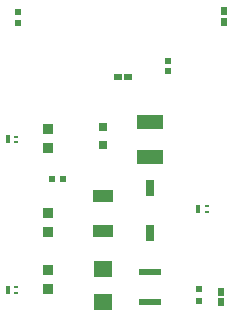
<source format=gbr>
G04 EAGLE Gerber RS-274X export*
G75*
%MOMM*%
%FSLAX34Y34*%
%LPD*%
%INSolderpaste Bottom*%
%IPPOS*%
%AMOC8*
5,1,8,0,0,1.08239X$1,22.5*%
G01*
G04 Define Apertures*
%ADD10R,0.620000X0.650000*%
%ADD11R,1.750000X1.100000*%
%ADD12R,0.400000X0.250000*%
%ADD13R,0.400000X0.700000*%
%ADD14R,0.950000X0.900000*%
%ADD15R,1.500000X1.400000*%
%ADD16R,1.900000X0.500000*%
%ADD17R,0.500000X0.475000*%
%ADD18R,0.800000X0.800000*%
%ADD19R,0.650000X0.620000*%
%ADD20R,0.620000X0.620000*%
%ADD21R,0.750000X1.350000*%
%ADD22R,2.300000X1.230000*%
D10*
X196652Y254025D03*
X196652Y262825D03*
D11*
X93980Y106440D03*
X93980Y76440D03*
D12*
X181720Y97500D03*
X181720Y93000D03*
D13*
X174720Y95250D03*
D14*
X46990Y75820D03*
X46990Y91820D03*
D12*
X20430Y28920D03*
X20430Y24420D03*
D13*
X13430Y26670D03*
D14*
X46990Y27560D03*
X46990Y43560D03*
D15*
X93980Y44450D03*
X93980Y16450D03*
D10*
X193717Y16535D03*
X193717Y25335D03*
D16*
X133918Y41710D03*
X133918Y16710D03*
D17*
X175382Y17085D03*
X175382Y27325D03*
D12*
X20430Y156555D03*
X20430Y152055D03*
D13*
X13430Y154305D03*
D14*
X46990Y146940D03*
X46990Y162940D03*
D18*
X93980Y149388D03*
X93980Y164388D03*
D19*
X106705Y207010D03*
X115505Y207010D03*
D20*
X149241Y212015D03*
X149241Y221015D03*
X59765Y120930D03*
X50765Y120930D03*
X21837Y261695D03*
X21837Y252695D03*
D21*
X133918Y74980D03*
X133918Y112980D03*
D22*
X133918Y138970D03*
X133918Y168970D03*
M02*

</source>
